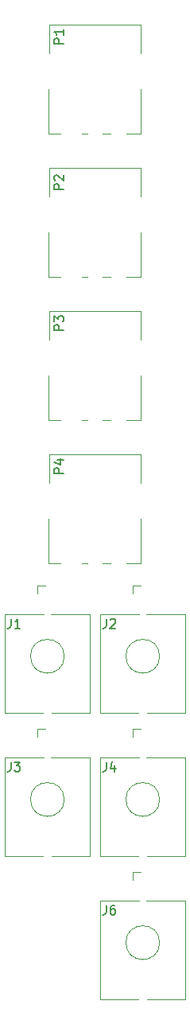
<source format=gbr>
%TF.GenerationSoftware,KiCad,Pcbnew,5.1.7-1.fc31*%
%TF.CreationDate,2021-04-20T15:52:53-04:00*%
%TF.ProjectId,4xmixer,34786d69-7865-4722-9e6b-696361645f70,rev?*%
%TF.SameCoordinates,Original*%
%TF.FileFunction,Legend,Top*%
%TF.FilePolarity,Positive*%
%FSLAX46Y46*%
G04 Gerber Fmt 4.6, Leading zero omitted, Abs format (unit mm)*
G04 Created by KiCad (PCBNEW 5.1.7-1.fc31) date 2021-04-20 15:52:53*
%MOMM*%
%LPD*%
G01*
G04 APERTURE LIST*
%ADD10C,0.120000*%
%ADD11C,0.150000*%
G04 APERTURE END LIST*
D10*
%TO.C,P4*%
X40390000Y-66270000D02*
X30650000Y-66270000D01*
X40390000Y-77860000D02*
X38900000Y-77860000D01*
X40390000Y-69330000D02*
X40390000Y-66270000D01*
X30640000Y-77860000D02*
X30640000Y-73140000D01*
X30650000Y-69330000D02*
X30650000Y-66270000D01*
X40390000Y-77860000D02*
X40390000Y-73140000D01*
X31830000Y-77860000D02*
X30650000Y-77860000D01*
X34730000Y-77860000D02*
X34200000Y-77860000D01*
X37180000Y-77860000D02*
X36350000Y-77860000D01*
%TO.C,P3*%
X40390000Y-51030000D02*
X30650000Y-51030000D01*
X40390000Y-62620000D02*
X38900000Y-62620000D01*
X40390000Y-54090000D02*
X40390000Y-51030000D01*
X30640000Y-62620000D02*
X30640000Y-57900000D01*
X30650000Y-54090000D02*
X30650000Y-51030000D01*
X40390000Y-62620000D02*
X40390000Y-57900000D01*
X31830000Y-62620000D02*
X30650000Y-62620000D01*
X34730000Y-62620000D02*
X34200000Y-62620000D01*
X37180000Y-62620000D02*
X36350000Y-62620000D01*
%TO.C,P2*%
X40390000Y-35790000D02*
X30650000Y-35790000D01*
X40390000Y-47380000D02*
X38900000Y-47380000D01*
X40390000Y-38850000D02*
X40390000Y-35790000D01*
X30640000Y-47380000D02*
X30640000Y-42660000D01*
X30650000Y-38850000D02*
X30650000Y-35790000D01*
X40390000Y-47380000D02*
X40390000Y-42660000D01*
X31830000Y-47380000D02*
X30650000Y-47380000D01*
X34730000Y-47380000D02*
X34200000Y-47380000D01*
X37180000Y-47380000D02*
X36350000Y-47380000D01*
%TO.C,P1*%
X40390000Y-20550000D02*
X30650000Y-20550000D01*
X40390000Y-32140000D02*
X38900000Y-32140000D01*
X40390000Y-23610000D02*
X40390000Y-20550000D01*
X30640000Y-32140000D02*
X30640000Y-27420000D01*
X30650000Y-23610000D02*
X30650000Y-20550000D01*
X40390000Y-32140000D02*
X40390000Y-27420000D01*
X31830000Y-32140000D02*
X30650000Y-32140000D01*
X34730000Y-32140000D02*
X34200000Y-32140000D01*
X37180000Y-32140000D02*
X36350000Y-32140000D01*
%TO.C,J6*%
X39580000Y-110760000D02*
X40440000Y-110760000D01*
X39580000Y-110760000D02*
X39580000Y-111560000D01*
X42440000Y-118240000D02*
G75*
G03*
X42440000Y-118240000I-1800000J0D01*
G01*
X40290000Y-113740000D02*
X36140000Y-113740000D01*
X45140000Y-113740000D02*
X40990000Y-113740000D01*
X40140000Y-124240000D02*
X36140000Y-124240000D01*
X45140000Y-124240000D02*
X41140000Y-124240000D01*
X45140000Y-113740000D02*
X45140000Y-124240000D01*
X36140000Y-113740000D02*
X36140000Y-124240000D01*
%TO.C,J4*%
X36140000Y-98500000D02*
X36140000Y-109000000D01*
X45140000Y-98500000D02*
X45140000Y-109000000D01*
X45140000Y-109000000D02*
X41140000Y-109000000D01*
X40140000Y-109000000D02*
X36140000Y-109000000D01*
X45140000Y-98500000D02*
X40990000Y-98500000D01*
X40290000Y-98500000D02*
X36140000Y-98500000D01*
X42440000Y-103000000D02*
G75*
G03*
X42440000Y-103000000I-1800000J0D01*
G01*
X39580000Y-95520000D02*
X39580000Y-96320000D01*
X39580000Y-95520000D02*
X40440000Y-95520000D01*
%TO.C,J3*%
X29420000Y-95520000D02*
X30280000Y-95520000D01*
X29420000Y-95520000D02*
X29420000Y-96320000D01*
X32280000Y-103000000D02*
G75*
G03*
X32280000Y-103000000I-1800000J0D01*
G01*
X30130000Y-98500000D02*
X25980000Y-98500000D01*
X34980000Y-98500000D02*
X30830000Y-98500000D01*
X29980000Y-109000000D02*
X25980000Y-109000000D01*
X34980000Y-109000000D02*
X30980000Y-109000000D01*
X34980000Y-98500000D02*
X34980000Y-109000000D01*
X25980000Y-98500000D02*
X25980000Y-109000000D01*
%TO.C,J2*%
X36140000Y-83260000D02*
X36140000Y-93760000D01*
X45140000Y-83260000D02*
X45140000Y-93760000D01*
X45140000Y-93760000D02*
X41140000Y-93760000D01*
X40140000Y-93760000D02*
X36140000Y-93760000D01*
X45140000Y-83260000D02*
X40990000Y-83260000D01*
X40290000Y-83260000D02*
X36140000Y-83260000D01*
X42440000Y-87760000D02*
G75*
G03*
X42440000Y-87760000I-1800000J0D01*
G01*
X39580000Y-80280000D02*
X39580000Y-81080000D01*
X39580000Y-80280000D02*
X40440000Y-80280000D01*
%TO.C,J1*%
X25980000Y-83260000D02*
X25980000Y-93760000D01*
X34980000Y-83260000D02*
X34980000Y-93760000D01*
X34980000Y-93760000D02*
X30980000Y-93760000D01*
X29980000Y-93760000D02*
X25980000Y-93760000D01*
X34980000Y-83260000D02*
X30830000Y-83260000D01*
X30130000Y-83260000D02*
X25980000Y-83260000D01*
X32280000Y-87760000D02*
G75*
G03*
X32280000Y-87760000I-1800000J0D01*
G01*
X29420000Y-80280000D02*
X29420000Y-81080000D01*
X29420000Y-80280000D02*
X30280000Y-80280000D01*
%TO.C,P4*%
D11*
X32202380Y-68302095D02*
X31202380Y-68302095D01*
X31202380Y-67921142D01*
X31250000Y-67825904D01*
X31297619Y-67778285D01*
X31392857Y-67730666D01*
X31535714Y-67730666D01*
X31630952Y-67778285D01*
X31678571Y-67825904D01*
X31726190Y-67921142D01*
X31726190Y-68302095D01*
X31535714Y-66873523D02*
X32202380Y-66873523D01*
X31154761Y-67111619D02*
X31869047Y-67349714D01*
X31869047Y-66730666D01*
%TO.C,P3*%
X32202380Y-53062095D02*
X31202380Y-53062095D01*
X31202380Y-52681142D01*
X31250000Y-52585904D01*
X31297619Y-52538285D01*
X31392857Y-52490666D01*
X31535714Y-52490666D01*
X31630952Y-52538285D01*
X31678571Y-52585904D01*
X31726190Y-52681142D01*
X31726190Y-53062095D01*
X31202380Y-52157333D02*
X31202380Y-51538285D01*
X31583333Y-51871619D01*
X31583333Y-51728761D01*
X31630952Y-51633523D01*
X31678571Y-51585904D01*
X31773809Y-51538285D01*
X32011904Y-51538285D01*
X32107142Y-51585904D01*
X32154761Y-51633523D01*
X32202380Y-51728761D01*
X32202380Y-52014476D01*
X32154761Y-52109714D01*
X32107142Y-52157333D01*
%TO.C,P2*%
X32202380Y-38076095D02*
X31202380Y-38076095D01*
X31202380Y-37695142D01*
X31250000Y-37599904D01*
X31297619Y-37552285D01*
X31392857Y-37504666D01*
X31535714Y-37504666D01*
X31630952Y-37552285D01*
X31678571Y-37599904D01*
X31726190Y-37695142D01*
X31726190Y-38076095D01*
X31297619Y-37123714D02*
X31250000Y-37076095D01*
X31202380Y-36980857D01*
X31202380Y-36742761D01*
X31250000Y-36647523D01*
X31297619Y-36599904D01*
X31392857Y-36552285D01*
X31488095Y-36552285D01*
X31630952Y-36599904D01*
X32202380Y-37171333D01*
X32202380Y-36552285D01*
%TO.C,P1*%
X32202380Y-22582095D02*
X31202380Y-22582095D01*
X31202380Y-22201142D01*
X31250000Y-22105904D01*
X31297619Y-22058285D01*
X31392857Y-22010666D01*
X31535714Y-22010666D01*
X31630952Y-22058285D01*
X31678571Y-22105904D01*
X31726190Y-22201142D01*
X31726190Y-22582095D01*
X32202380Y-21058285D02*
X32202380Y-21629714D01*
X32202380Y-21344000D02*
X31202380Y-21344000D01*
X31345238Y-21439238D01*
X31440476Y-21534476D01*
X31488095Y-21629714D01*
%TO.C,J6*%
X36750666Y-114260380D02*
X36750666Y-114974666D01*
X36703047Y-115117523D01*
X36607809Y-115212761D01*
X36464952Y-115260380D01*
X36369714Y-115260380D01*
X37655428Y-114260380D02*
X37464952Y-114260380D01*
X37369714Y-114308000D01*
X37322095Y-114355619D01*
X37226857Y-114498476D01*
X37179238Y-114688952D01*
X37179238Y-115069904D01*
X37226857Y-115165142D01*
X37274476Y-115212761D01*
X37369714Y-115260380D01*
X37560190Y-115260380D01*
X37655428Y-115212761D01*
X37703047Y-115165142D01*
X37750666Y-115069904D01*
X37750666Y-114831809D01*
X37703047Y-114736571D01*
X37655428Y-114688952D01*
X37560190Y-114641333D01*
X37369714Y-114641333D01*
X37274476Y-114688952D01*
X37226857Y-114736571D01*
X37179238Y-114831809D01*
%TO.C,J4*%
X36750666Y-99020380D02*
X36750666Y-99734666D01*
X36703047Y-99877523D01*
X36607809Y-99972761D01*
X36464952Y-100020380D01*
X36369714Y-100020380D01*
X37655428Y-99353714D02*
X37655428Y-100020380D01*
X37417333Y-98972761D02*
X37179238Y-99687047D01*
X37798285Y-99687047D01*
%TO.C,J3*%
X26590666Y-99020380D02*
X26590666Y-99734666D01*
X26543047Y-99877523D01*
X26447809Y-99972761D01*
X26304952Y-100020380D01*
X26209714Y-100020380D01*
X26971619Y-99020380D02*
X27590666Y-99020380D01*
X27257333Y-99401333D01*
X27400190Y-99401333D01*
X27495428Y-99448952D01*
X27543047Y-99496571D01*
X27590666Y-99591809D01*
X27590666Y-99829904D01*
X27543047Y-99925142D01*
X27495428Y-99972761D01*
X27400190Y-100020380D01*
X27114476Y-100020380D01*
X27019238Y-99972761D01*
X26971619Y-99925142D01*
%TO.C,J2*%
X36750666Y-83780380D02*
X36750666Y-84494666D01*
X36703047Y-84637523D01*
X36607809Y-84732761D01*
X36464952Y-84780380D01*
X36369714Y-84780380D01*
X37179238Y-83875619D02*
X37226857Y-83828000D01*
X37322095Y-83780380D01*
X37560190Y-83780380D01*
X37655428Y-83828000D01*
X37703047Y-83875619D01*
X37750666Y-83970857D01*
X37750666Y-84066095D01*
X37703047Y-84208952D01*
X37131619Y-84780380D01*
X37750666Y-84780380D01*
%TO.C,J1*%
X26590666Y-83780380D02*
X26590666Y-84494666D01*
X26543047Y-84637523D01*
X26447809Y-84732761D01*
X26304952Y-84780380D01*
X26209714Y-84780380D01*
X27590666Y-84780380D02*
X27019238Y-84780380D01*
X27304952Y-84780380D02*
X27304952Y-83780380D01*
X27209714Y-83923238D01*
X27114476Y-84018476D01*
X27019238Y-84066095D01*
%TD*%
M02*

</source>
